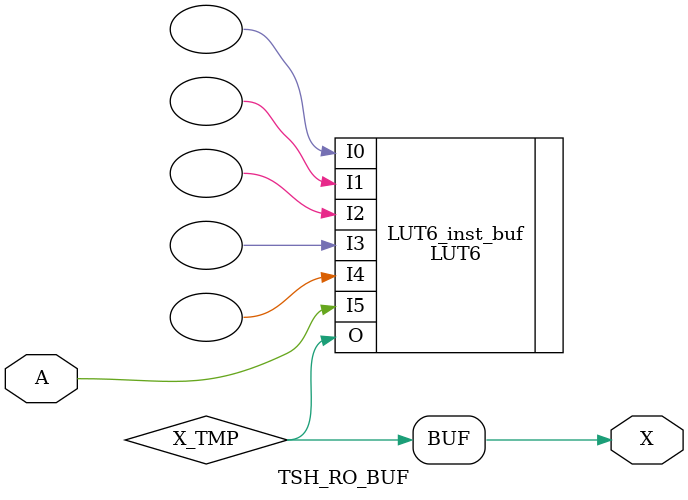
<source format=v>
module TSH_BUF(input A , output X);

//`ifndef SYNTHESIS
//   assign #1 X = A;
`define FPGA
        LUT6 #(  
          .INIT(64'hffffffff00000000) 
          ) LUT6_inst_tsh_buf (
          .O(X_TMP), 
          .I0(), 
          .I1(), 
          .I2(), 
          .I3(), 
          .I4(), 
          .I5(A) 
          );
assign #1 X= X_TMP;
//   assign #1 X = A;
//`else
//   SEP_BUF_2 SEP_BUF_2(.A(A),.X(X));
//`endif

endmodule

//////////////////////////////////////////////////////////////////////
module TSH_MUX2(output X,input S,input D0,input D1);

//`ifndef SYNTHESIS
//   assign #1 X = S ? D1 : D0;
//`define FPGA
//        LUT6 #(  
//          .INIT(64'hffff0000ff00ff00) 
//          ) LUT6_inst_tsh_mux (
//          .O(X_TMP), 
//          .I0(), 
//          .I1(), 
//          .I2(), 
//          .I3(D0), 
//          .I4(D1), 
//          .I5(S) 
//          );
//
//assign #1 X= X_TMP;
   assign #1 X = S ? D1 : D0;
//`else
//   SEP_MUX2_2 SEP_MUX2_2(.X(X),.S(S),.D0(D0),D1(D1));
//`endif
endmodule

//////////////////////////////////////////////////////////////////////
module TSH_RO_AN2 (input A1, input A2, output X);

//`ifndef SYNTHESIS
//   assign #1 X = A1 & A2;
//`define FPGA
//        LUT6 #(  
//          .INIT(64'hffff000000000000) 
//          ) LUT6_inst_an2 (
//          .O(X_TMP), 
//          .I0(), 
//          .I1(), 
//          .I2(), 
//          .I3(), 
//          .I4(A1), 
//          .I5(A2) 
//          );
//assign #1 X= X_TMP;
   assign #1 X = A1 & A2;
//`else
//   SEP_AN2_S_4 SEP_AN2_S_4(.A1(A1),.A2(A2),.X(X));
//`endif

endmodule

//////////////////////////////////////////////////////////////////////
module TSH_RO_INV (input A, output X);

//`ifndef SYNTHESIS
//   assign #1 X =  !A;
//`define FPGA
//        LUT6 #(  
//          .INIT(64'h00000000ffffffff) 
//          ) LUT6_inst_inv (
//          .O(X_TMP), 
//          .I0(), 
//          .I1(), 
//          .I2(), 
//          .I3(), 
//          .I4(), 
//          .I5(A) 
//          );
//assign #1 X= X_TMP;
   assign #1 X =  !A;
//`else
//   SEP_INV_S_4 SEP_INV_S_4 (.A(andout),.X(a[0]));
//`endif

endmodule

//////////////////////////////////////////////////////////////////////
module TSH_RO_DEL(input A, output X);

//`ifndef SYNTHESIS
//   reg X_TMP;
//   always #(100+$random%15) X_TMP = A;
//   assign X = X_TMP;
//`define FPGA
reg X_TMP1;
        LUT6 #(  
          .INIT(64'hffffffff00000000) 
          //.INIT(64'h00000000ffffffff) 
          ) LUT6_inst_del (
          .O(X_TMP0), 
          .I0(), 
          .I1(), 
          .I2(), 
          .I3(), 
          .I4(), 
          .I5(A) 
          );
always #(100+$random%15) X_TMP1= X_TMP0;
assign #1 X= X_TMP1;
//`else
//    SEP_DEL_L6_8  SEP_DEL_L6_8(.A(a[i]),.X(a[i+1]));
//`endif
endmodule

//////////////////////////////////////////////////////////////////////
module TSH_RO_BUF(input A, output X);

//`ifndef SYNTHESIS
//   assign #1 X = A;
//`define FPGA
        LUT6 #(  
          .INIT(64'hffffffff00000000) 
          ) LUT6_inst_buf (
          .O(X_TMP), 
          .I0(), 
          .I1(), 
          .I2(), 
          .I3(), 
          .I4(), 
          .I5(A) 
          );
assign #1 X= X_TMP;
//   assign #1 X = A;
//`else
//   SEP_BUF_S_10 SEP_BUF_S_10(.A(a[stage-1]),.X(ro_out));
//`endif

endmodule



</source>
